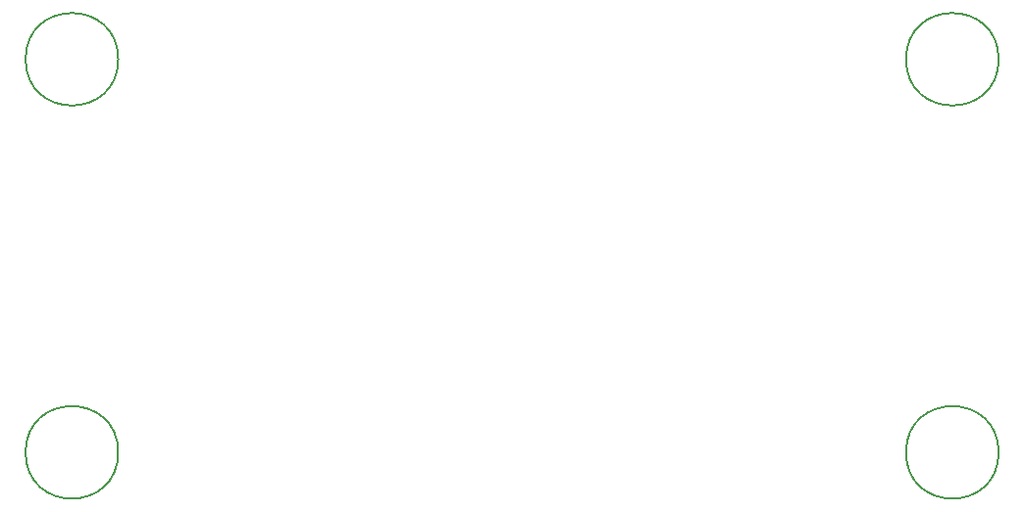
<source format=gbr>
G04 #@! TF.FileFunction,Legend,Bot*
%FSLAX46Y46*%
G04 Gerber Fmt 4.6, Leading zero omitted, Abs format (unit mm)*
G04 Created by KiCad (PCBNEW 4.0.0-rc2-stable) date 16/03/2018 16:43:17*
%MOMM*%
G01*
G04 APERTURE LIST*
%ADD10C,0.100000*%
%ADD11C,0.200000*%
G04 APERTURE END LIST*
D10*
D11*
X108500000Y-94500000D02*
G75*
G03X108500000Y-94500000I-4000000J0D01*
G01*
X184500000Y-94500000D02*
G75*
G03X184500000Y-94500000I-4000000J0D01*
G01*
X184500000Y-60500000D02*
G75*
G03X184500000Y-60500000I-4000000J0D01*
G01*
X108500000Y-60500000D02*
G75*
G03X108500000Y-60500000I-4000000J0D01*
G01*
M02*

</source>
